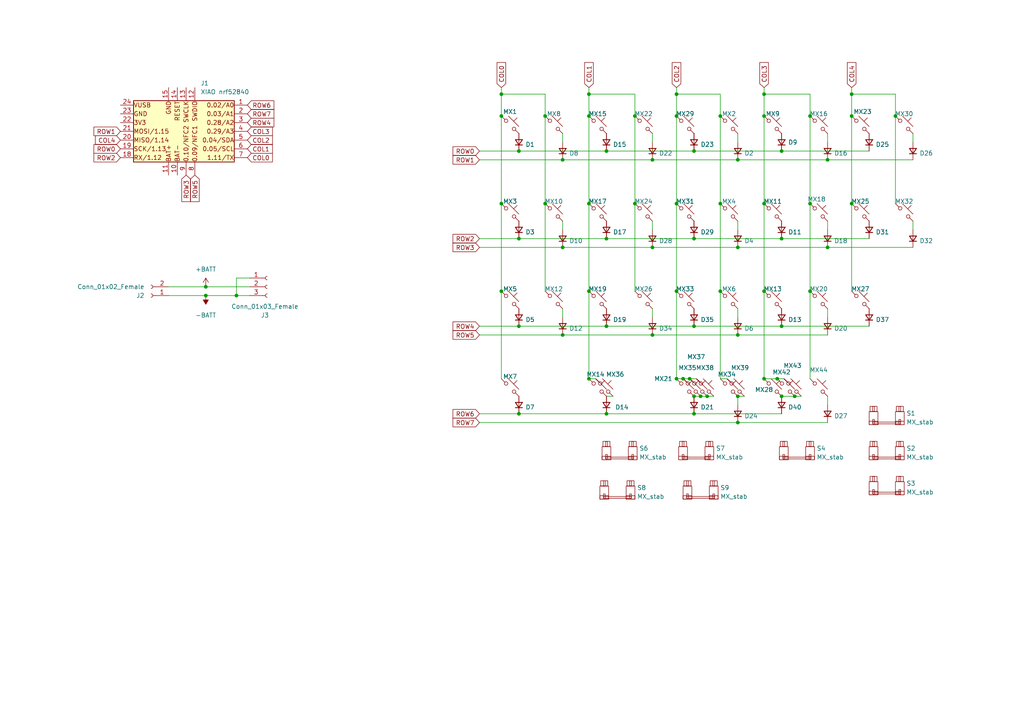
<source format=kicad_sch>
(kicad_sch (version 20230121) (generator eeschema)
  (paper "A4")
  (lib_symbols
    (symbol "Connector:Conn_01x02_Female" (pin_names (offset 1.016) hide)
      (property "Reference" "J" (at 0 2.54 0))
      (property "Value" "Conn_01x02_Female" (at 0 -5.08 0))
      (symbol "Conn_01x02_Female_1_1"
        (arc (start 0 -2.032) (mid -0.5058 -2.54) (end 0 -3.048) (stroke (width 0.1524)))
        (polyline (pts (xy -1.27 -2.54) (xy -0.508 -2.54)) (stroke (width 0.1524)))
        (polyline (pts (xy -1.27 0) (xy -0.508 0)) (stroke (width 0.1524)))
        (arc (start 0 0.508) (mid -0.5058 0) (end 0 -0.508) (stroke (width 0.1524)))
        (pin passive line (at -5.08 0 0) (length 3.81) (name "Pin_1") (number "1"))
        (pin passive line (at -5.08 -2.54 0) (length 3.81) (name "Pin_2") (number "2"))
      )
    )
    (symbol "Connector:Conn_01x03_Female" (pin_names (offset 1.016) hide)
      (property "Reference" "J" (at 0 5.08 0))
      (property "Value" "Conn_01x03_Female" (at 0 -5.08 0))
      (symbol "Conn_01x03_Female_1_1"
        (arc (start 0 -2.032) (mid -0.5058 -2.54) (end 0 -3.048) (stroke (width 0.1524)))
        (polyline (pts (xy -1.27 -2.54) (xy -0.508 -2.54)) (stroke (width 0.1524)))
        (polyline (pts (xy -1.27 0) (xy -0.508 0)) (stroke (width 0.1524)))
        (polyline (pts (xy -1.27 2.54) (xy -0.508 2.54)) (stroke (width 0.1524)))
        (arc (start 0 0.508) (mid -0.5058 0) (end 0 -0.508) (stroke (width 0.1524)))
        (arc (start 0 3.048) (mid -0.5058 2.54) (end 0 2.032) (stroke (width 0.1524)))
        (pin passive line (at -5.08 2.54 0) (length 3.81) (name "Pin_1") (number "1"))
        (pin passive line (at -5.08 0 0) (length 3.81) (name "Pin_2") (number "2"))
        (pin passive line (at -5.08 -2.54 0) (length 3.81) (name "Pin_3") (number "3"))
      )
    )
    (symbol "Device:D_Small" (pin_numbers hide) (pin_names (offset 0.254) hide)
      (property "Reference" "D" (at -1.27 2.032 0))
      (property "Value" "D_Small" (at -3.81 -2.032 0))
      (symbol "D_Small_0_1"
        (polyline (pts (xy -0.762 -1.016) (xy -0.762 1.016)) (stroke (width 0.254)))
        (polyline (pts (xy -0.762 0) (xy 0.762 0)))
        (polyline (pts (xy 0.762 -1.016) (xy -0.762 0) (xy 0.762 1.016) (xy 0.762 -1.016)) (stroke (width 0.254)))
      )
      (symbol "D_Small_1_1"
        (pin passive line (at -2.54 0 0) (length 1.778) (name "K") (number "1"))
        (pin passive line (at 2.54 0 180) (length 1.778) (name "A") (number "2"))
      )
    )
    (symbol "PCM_marbastlib-mx:MX_SW_solder" (pin_numbers hide) (pin_names (offset 1.016) hide)
      (property "Reference" "MX" (at 3.048 1.016 0))
      (property "Value" "MX_SW_solder" (at 0 -3.81 0))
      (symbol "MX_SW_solder_0_1"
        (circle (center -1.1684 1.1684) (radius 0.508))
        (polyline (pts (xy -0.508 2.54) (xy 2.54 -0.508)))
        (polyline (pts (xy 1.016 1.016) (xy 2.032 2.032)))
        (polyline (pts (xy -2.54 2.54) (xy -1.524 1.524) (xy -1.524 1.524)))
        (polyline (pts (xy 1.524 -1.524) (xy 2.54 -2.54) (xy 2.54 -2.54) (xy 2.54 -2.54)))
        (circle (center 1.143 -1.1938) (radius 0.508))
        (pin passive line (at -2.54 2.54 0) (length 0) (name "1") (number "1"))
        (pin passive line (at 2.54 -2.54 180) (length 0) (name "2") (number "2"))
      )
    )
    (symbol "PCM_marbastlib-mx:MX_stab" (pin_names (offset 1.016))
      (property "Reference" "S" (at -5.08 6.35 0))
      (property "Value" "MX_stab" (at -5.08 3.81 0))
      (symbol "MX_stab_0_1"
        (rectangle (start -5.08 -1.524) (end -2.54 -2.54))
        (rectangle (start -5.08 1.27) (end -2.54 -2.54))
        (rectangle (start -4.826 2.794) (end -2.794 1.27))
        (rectangle (start -4.064 -2.286) (end -3.556 -1.016))
        (rectangle (start -4.064 -1.778) (end 4.064 -2.286))
        (rectangle (start -4.064 1.27) (end -3.556 2.794))
        (rectangle (start 2.54 -1.524) (end 5.08 -2.54))
        (rectangle (start 2.54 1.27) (end 5.08 -2.54))
        (rectangle (start 2.794 2.794) (end 4.826 1.27))
        (rectangle (start 3.556 1.27) (end 4.064 2.794))
        (rectangle (start 4.064 -2.286) (end 3.556 -1.016))
      )
    )
    (symbol "kiserdesigns:XIAO nrf52840" (pin_names (offset 1.016) hide)
      (property "Reference" "J1" (at -5.08 19.05 0))
      (property "Value" "XIAO nrf52840" (at -21.59 16.51 0))
      (symbol "XIAO nrf52840_0_0"
        (text "0.02/A0" (at -15.24 12.7 0) (effects (font (size 1.27 1.27)) (justify left)))
        (text "0.03/A1" (at -15.24 10.16 0) (effects (font (size 1.27 1.27)) (justify left)))
        (text "0.04/SDA" (at -15.24 2.54 0) (effects (font (size 1.27 1.27)) (justify left)))
        (text "0.05/SCL" (at -15.24 0 0) (effects (font (size 1.27 1.27)) (justify left)))
        (text "0.09/NFC1" (at -3.81 -3.81 900) (effects (font (size 1.27 1.27)) (justify left)))
        (text "0.10/NFC2" (at -1.27 -3.81 900) (effects (font (size 1.27 1.27)) (justify left)))
        (text "0.28/A2" (at -15.24 7.62 0) (effects (font (size 1.27 1.27)) (justify left)))
        (text "0.29/A3" (at -15.24 5.08 0) (effects (font (size 1.27 1.27)) (justify left)))
        (text "1.11/TX" (at -15.24 -2.54 0) (effects (font (size 1.27 1.27)) (justify left)))
        (text "3V3" (at 13.97 7.62 0) (effects (font (size 1.27 1.27)) (justify right)))
        (text "BAT+" (at 3.81 -3.81 900) (effects (font (size 1.27 1.27)) (justify left)))
        (text "BAT-" (at 1.27 -3.81 900) (effects (font (size 1.27 1.27)) (justify left)))
        (text "GND" (at 3.81 13.97 900) (effects (font (size 1.27 1.27)) (justify right)))
        (text "GND" (at 13.97 10.16 0) (effects (font (size 1.27 1.27)) (justify right)))
        (text "MISO/1.14" (at 13.97 2.54 0) (effects (font (size 1.27 1.27)) (justify right)))
        (text "MOSI/1.15" (at 13.97 5.08 0) (effects (font (size 1.27 1.27)) (justify right)))
        (text "RESET" (at 1.27 13.97 900) (effects (font (size 1.27 1.27)) (justify right)))
        (text "RX/1.12" (at 13.97 -2.54 0) (effects (font (size 1.27 1.27)) (justify right)))
        (text "SCK/1.13" (at 13.97 0 0) (effects (font (size 1.27 1.27)) (justify right)))
        (text "SWCLK" (at -1.27 13.97 900) (effects (font (size 1.27 1.27)) (justify right)))
        (text "SWDIO" (at -3.81 13.97 900) (effects (font (size 1.27 1.27)) (justify right)))
        (text "VUSB" (at 13.97 12.7 0) (effects (font (size 1.27 1.27)) (justify right)))
      )
      (symbol "XIAO nrf52840_1_1"
        (rectangle (start -15.24 13.97) (end 13.97 -3.81) (stroke (width 0.254)) (fill (type background)))
        (pin passive line (at -19.05 12.7 0) (length 3.81) (name "Pin_1") (number "1"))
        (pin passive line (at 1.27 -7.62 90) (length 3.81) (name "Pin_10") (number "10"))
        (pin passive line (at 3.81 -7.62 90) (length 3.81) (name "Pin_11") (number "11"))
        (pin passive line (at -3.81 17.78 270) (length 3.81) (name "Pin_12") (number "12"))
        (pin passive line (at -1.27 17.78 270) (length 3.81) (name "Pin_13") (number "13"))
        (pin passive line (at 1.27 17.78 270) (length 3.81) (name "Pin_14") (number "14"))
        (pin passive line (at 3.81 17.78 270) (length 3.81) (name "Pin_15") (number "15"))
        (pin passive line (at 17.78 -2.54 180) (length 3.81) (name "Pin_18") (number "18"))
        (pin passive line (at 17.78 0 180) (length 3.81) (name "Pin_19") (number "19"))
        (pin passive line (at -19.05 10.16 0) (length 3.81) (name "Pin_2") (number "2"))
        (pin passive line (at 17.78 2.54 180) (length 3.81) (name "Pin_20") (number "20"))
        (pin passive line (at 17.78 5.08 180) (length 3.81) (name "Pin_21") (number "21"))
        (pin passive line (at 17.78 7.62 180) (length 3.81) (name "Pin_22") (number "22"))
        (pin passive line (at 17.78 10.16 180) (length 3.81) (name "Pin_23") (number "23"))
        (pin passive line (at 17.78 12.7 180) (length 3.81) (name "Pin_24") (number "24"))
        (pin passive line (at -19.05 7.62 0) (length 3.81) (name "Pin_3") (number "3"))
        (pin passive line (at -19.05 5.08 0) (length 3.81) (name "Pin_4") (number "4"))
        (pin passive line (at -19.05 2.54 0) (length 3.81) (name "Pin_5") (number "5"))
        (pin passive line (at -19.05 0 0) (length 3.81) (name "Pin_6") (number "6"))
        (pin passive line (at -19.05 -2.54 0) (length 3.81) (name "Pin_7") (number "7"))
        (pin passive line (at -3.81 -7.62 90) (length 3.81) (name "Pin_8") (number "8"))
        (pin passive line (at -1.27 -7.62 90) (length 3.81) (name "Pin_9") (number "9"))
      )
    )
    (symbol "power:+BATT" (power) (pin_names (offset 0))
      (property "Value" "+BATT" (at 0 3.556 0))
      (symbol "+BATT_0_1"
        (polyline (pts (xy -0.762 1.27) (xy 0 2.54)))
        (polyline (pts (xy 0 0) (xy 0 2.54)))
        (polyline (pts (xy 0 2.54) (xy 0.762 1.27)))
      )
      (symbol "+BATT_1_1"
        (pin power_in line (at 0 0 90) (length 0) hide (name "+BATT") (number "1"))
      )
    )
    (symbol "power:-BATT" (power) (pin_names (offset 0))
      (property "Value" "-BATT" (at 0 3.556 0))
      (symbol "-BATT_0_1"
        (polyline (pts (xy 0 0) (xy 0 2.54)))
        (polyline (pts (xy 0.762 1.27) (xy -0.762 1.27) (xy 0 2.54) (xy 0.762 1.27)) (fill (type outline)))
      )
      (symbol "-BATT_1_1"
        (pin power_in line (at 0 0 90) (length 0) hide (name "-BATT") (number "1"))
      )
    )
  )
  (junction (at 145.415 27.305))
  (junction (at 163.195 46.355))
  (junction (at 145.415 33.655))
  (junction (at 234.95 33.655))
  (junction (at 208.915 33.655))
  (junction (at 198.12 109.855))
  (junction (at 145.415 59.055))
  (junction (at 59.69 85.725))
  (junction (at 189.23 97.155))
  (junction (at 213.995 122.555))
  (junction (at 196.215 33.655))
  (junction (at 175.895 120.015))
  (junction (at 203.2 114.935))
  (junction (at 213.995 114.935))
  (junction (at 247.015 59.055))
  (junction (at 213.995 71.755))
  (junction (at 150.495 94.615))
  (junction (at 234.95 84.455))
  (junction (at 226.695 94.615))
  (junction (at 163.195 97.155))
  (junction (at 226.695 69.215))
  (junction (at 221.615 84.455))
  (junction (at 226.695 114.935))
  (junction (at 163.195 71.755))
  (junction (at 213.995 97.155))
  (junction (at 150.495 43.815))
  (junction (at 158.115 59.055))
  (junction (at 170.815 84.455))
  (junction (at 213.995 46.355))
  (junction (at 175.895 94.615))
  (junction (at 247.015 33.655))
  (junction (at 201.295 69.215))
  (junction (at 196.215 59.055))
  (junction (at 170.815 59.055))
  (junction (at 234.95 59.055))
  (junction (at 259.715 33.655))
  (junction (at 68.58 85.725))
  (junction (at 196.215 84.455))
  (junction (at 196.215 109.855))
  (junction (at 175.895 69.215))
  (junction (at 201.295 43.815))
  (junction (at 240.03 46.355))
  (junction (at 230.505 114.935))
  (junction (at 221.615 33.655))
  (junction (at 240.03 71.755))
  (junction (at 221.615 27.305))
  (junction (at 205.105 114.935))
  (junction (at 158.115 33.655))
  (junction (at 189.23 46.355))
  (junction (at 196.215 27.305))
  (junction (at 184.15 59.055))
  (junction (at 59.69 83.185))
  (junction (at 201.295 94.615))
  (junction (at 175.895 43.815))
  (junction (at 221.615 59.055))
  (junction (at 189.23 71.755))
  (junction (at 170.815 33.655))
  (junction (at 225.425 109.855))
  (junction (at 145.415 84.455))
  (junction (at 170.815 109.855))
  (junction (at 208.915 84.455))
  (junction (at 208.915 59.055))
  (junction (at 170.815 27.305))
  (junction (at 150.495 120.015))
  (junction (at 221.615 109.855))
  (junction (at 200.025 109.855))
  (junction (at 184.15 33.655))
  (junction (at 201.295 120.015))
  (junction (at 226.695 43.815))
  (junction (at 201.295 114.935))
  (junction (at 150.495 69.215))
  (junction (at 247.015 27.305))
  (wire (pts (xy 175.895 43.815) (xy 201.295 43.815)))
  (wire (pts (xy 59.69 83.185) (xy 72.39 83.185)))
  (wire (pts (xy 68.58 85.725) (xy 59.69 85.725)))
  (wire (pts (xy 158.115 33.655) (xy 158.115 59.055)))
  (wire (pts (xy 205.105 114.935) (xy 207.01 114.935)))
  (wire (pts (xy 226.695 114.935) (xy 230.505 114.935)))
  (wire (pts (xy 213.995 64.135) (xy 213.995 66.675)))
  (wire (pts (xy 213.995 114.935) (xy 213.995 117.475)))
  (wire (pts (xy 150.495 120.015) (xy 175.895 120.015)))
  (wire (pts (xy 184.15 27.305) (xy 184.15 33.655)))
  (wire (pts (xy 170.815 84.455) (xy 170.815 109.855)))
  (wire (pts (xy 234.95 27.305) (xy 234.95 33.655)))
  (wire (pts (xy 48.895 83.185) (xy 59.69 83.185)))
  (wire (pts (xy 139.065 122.555) (xy 213.995 122.555)))
  (wire (pts (xy 170.815 27.305) (xy 184.15 27.305)))
  (wire (pts (xy 221.615 109.855) (xy 225.425 109.855)))
  (wire (pts (xy 163.195 97.155) (xy 189.23 97.155)))
  (wire (pts (xy 234.95 84.455) (xy 234.95 109.855)))
  (wire (pts (xy 247.015 25.4) (xy 247.015 27.305)))
  (wire (pts (xy 213.995 122.555) (xy 240.03 122.555)))
  (wire (pts (xy 163.195 64.135) (xy 163.195 66.675)))
  (wire (pts (xy 221.615 84.455) (xy 221.615 109.855)))
  (wire (pts (xy 240.03 38.735) (xy 240.03 41.275)))
  (wire (pts (xy 150.495 43.815) (xy 175.895 43.815)))
  (wire (pts (xy 247.015 59.055) (xy 247.015 84.455)))
  (wire (pts (xy 139.065 69.215) (xy 150.495 69.215)))
  (wire (pts (xy 59.69 85.725) (xy 48.895 85.725)))
  (wire (pts (xy 226.695 94.615) (xy 252.095 94.615)))
  (wire (pts (xy 226.695 43.815) (xy 252.095 43.815)))
  (wire (pts (xy 221.615 25.4) (xy 221.615 27.305)))
  (wire (pts (xy 145.415 84.455) (xy 145.415 109.855)))
  (wire (pts (xy 198.12 109.855) (xy 200.025 109.855)))
  (wire (pts (xy 139.065 97.155) (xy 163.195 97.155)))
  (wire (pts (xy 196.215 109.855) (xy 198.12 109.855)))
  (wire (pts (xy 240.03 64.135) (xy 240.03 66.675)))
  (wire (pts (xy 240.03 114.935) (xy 240.03 117.475)))
  (wire (pts (xy 175.895 114.935) (xy 177.8 114.935)))
  (wire (pts (xy 201.295 43.815) (xy 226.695 43.815)))
  (wire (pts (xy 175.895 69.215) (xy 201.295 69.215)))
  (wire (pts (xy 175.895 94.615) (xy 201.295 94.615)))
  (wire (pts (xy 203.2 114.935) (xy 205.105 114.935)))
  (wire (pts (xy 221.615 27.305) (xy 221.615 33.655)))
  (wire (pts (xy 221.615 33.655) (xy 221.615 59.055)))
  (wire (pts (xy 150.495 69.215) (xy 175.895 69.215)))
  (wire (pts (xy 139.065 94.615) (xy 150.495 94.615)))
  (wire (pts (xy 247.015 33.655) (xy 247.015 59.055)))
  (wire (pts (xy 226.695 69.215) (xy 252.095 69.215)))
  (wire (pts (xy 139.065 43.815) (xy 150.495 43.815)))
  (wire (pts (xy 201.295 69.215) (xy 226.695 69.215)))
  (wire (pts (xy 208.915 109.855) (xy 210.82 109.855)))
  (wire (pts (xy 247.015 27.305) (xy 259.715 27.305)))
  (wire (pts (xy 189.23 71.755) (xy 213.995 71.755)))
  (wire (pts (xy 145.415 27.305) (xy 158.115 27.305)))
  (wire (pts (xy 264.795 64.135) (xy 264.795 66.675)))
  (wire (pts (xy 213.995 71.755) (xy 240.03 71.755)))
  (wire (pts (xy 240.03 71.755) (xy 264.795 71.755)))
  (wire (pts (xy 213.995 46.355) (xy 240.03 46.355)))
  (wire (pts (xy 163.195 89.535) (xy 163.195 92.075)))
  (wire (pts (xy 170.815 33.655) (xy 170.815 59.055)))
  (wire (pts (xy 184.15 33.655) (xy 184.15 59.055)))
  (wire (pts (xy 170.815 59.055) (xy 170.815 84.455)))
  (wire (pts (xy 170.815 109.855) (xy 172.72 109.855)))
  (wire (pts (xy 68.58 80.645) (xy 68.58 85.725)))
  (wire (pts (xy 139.065 120.015) (xy 150.495 120.015)))
  (wire (pts (xy 139.065 46.355) (xy 163.195 46.355)))
  (wire (pts (xy 145.415 27.305) (xy 145.415 33.655)))
  (wire (pts (xy 175.895 120.015) (xy 201.295 120.015)))
  (wire (pts (xy 201.295 120.015) (xy 226.695 120.015)))
  (wire (pts (xy 264.795 38.735) (xy 264.795 41.275)))
  (wire (pts (xy 145.415 59.055) (xy 145.415 84.455)))
  (wire (pts (xy 230.505 114.935) (xy 232.41 114.935)))
  (wire (pts (xy 189.23 46.355) (xy 213.995 46.355)))
  (wire (pts (xy 189.23 38.735) (xy 189.23 41.275)))
  (wire (pts (xy 240.03 89.535) (xy 240.03 92.075)))
  (wire (pts (xy 68.58 85.725) (xy 72.39 85.725)))
  (wire (pts (xy 196.215 25.4) (xy 196.215 27.305)))
  (wire (pts (xy 163.195 46.355) (xy 189.23 46.355)))
  (wire (pts (xy 158.115 59.055) (xy 158.115 84.455)))
  (wire (pts (xy 208.915 59.055) (xy 208.915 84.455)))
  (wire (pts (xy 208.915 84.455) (xy 208.915 109.855)))
  (wire (pts (xy 221.615 27.305) (xy 234.95 27.305)))
  (wire (pts (xy 259.715 27.305) (xy 259.715 33.655)))
  (wire (pts (xy 196.215 84.455) (xy 196.215 109.855)))
  (wire (pts (xy 145.415 33.655) (xy 145.415 59.055)))
  (wire (pts (xy 201.295 94.615) (xy 226.695 94.615)))
  (wire (pts (xy 170.815 27.305) (xy 170.815 33.655)))
  (wire (pts (xy 240.03 46.355) (xy 264.795 46.355)))
  (wire (pts (xy 200.025 109.855) (xy 201.93 109.855)))
  (wire (pts (xy 213.995 89.535) (xy 213.995 92.075)))
  (wire (pts (xy 163.195 38.735) (xy 163.195 41.275)))
  (wire (pts (xy 247.015 27.305) (xy 247.015 33.655)))
  (wire (pts (xy 196.215 27.305) (xy 208.915 27.305)))
  (wire (pts (xy 145.415 25.4) (xy 145.415 27.305)))
  (wire (pts (xy 213.995 38.735) (xy 213.995 41.275)))
  (wire (pts (xy 189.23 64.135) (xy 189.23 66.675)))
  (wire (pts (xy 196.215 27.305) (xy 196.215 33.655)))
  (wire (pts (xy 163.195 71.755) (xy 189.23 71.755)))
  (wire (pts (xy 189.23 89.535) (xy 189.23 92.075)))
  (wire (pts (xy 221.615 59.055) (xy 221.615 84.455)))
  (wire (pts (xy 196.215 59.055) (xy 196.215 84.455)))
  (wire (pts (xy 208.915 27.305) (xy 208.915 33.655)))
  (wire (pts (xy 213.995 97.155) (xy 240.03 97.155)))
  (wire (pts (xy 213.995 114.935) (xy 215.9 114.935)))
  (wire (pts (xy 139.065 71.755) (xy 163.195 71.755)))
  (wire (pts (xy 184.15 59.055) (xy 184.15 84.455)))
  (wire (pts (xy 158.115 27.305) (xy 158.115 33.655)))
  (wire (pts (xy 189.23 97.155) (xy 213.995 97.155)))
  (wire (pts (xy 196.215 33.655) (xy 196.215 59.055)))
  (wire (pts (xy 72.39 80.645) (xy 68.58 80.645)))
  (wire (pts (xy 150.495 94.615) (xy 175.895 94.615)))
  (wire (pts (xy 259.715 33.655) (xy 259.715 59.055)))
  (wire (pts (xy 201.295 114.935) (xy 203.2 114.935)))
  (wire (pts (xy 234.95 33.655) (xy 234.95 59.055)))
  (wire (pts (xy 170.815 25.4) (xy 170.815 27.305)))
  (wire (pts (xy 234.95 59.055) (xy 234.95 84.455)))
  (wire (pts (xy 225.425 109.855) (xy 227.33 109.855)))
  (wire (pts (xy 208.915 33.655) (xy 208.915 59.055)))
  (global_label "ROW3" (shape input) (at 139.065 71.755 180) (property "Intersheetrefs" "${INTERSHEET_REFS}" (effects hide)))
  (global_label "COL2" (shape input) (at 71.755 40.64 0) (property "Intersheetrefs" "${INTERSHEET_REFS}" (effects hide)))
  (global_label "COL1" (shape input) (at 71.755 43.18 0) (property "Intersheetrefs" "${INTERSHEET_REFS}" (effects hide)))
  (global_label "ROW0" (shape input) (at 34.925 43.18 180) (property "Intersheetrefs" "${INTERSHEET_REFS}" (effects hide)))
  (global_label "COL1" (shape input) (at 170.815 25.4 90) (property "Intersheetrefs" "${INTERSHEET_REFS}" (effects hide)))
  (global_label "ROW4" (shape input) (at 71.755 35.56 0) (property "Intersheetrefs" "${INTERSHEET_REFS}" (effects hide)))
  (global_label "ROW7" (shape input) (at 71.755 33.02 0) (property "Intersheetrefs" "${INTERSHEET_REFS}" (effects hide)))
  (global_label "COL0" (shape input) (at 71.755 45.72 0) (property "Intersheetrefs" "${INTERSHEET_REFS}" (effects hide)))
  (global_label "COL3" (shape input) (at 71.755 38.1 0) (property "Intersheetrefs" "${INTERSHEET_REFS}" (effects hide)))
  (global_label "ROW5" (shape input) (at 139.065 97.155 180) (property "Intersheetrefs" "${INTERSHEET_REFS}" (effects hide)))
  (global_label "COL0" (shape input) (at 145.415 25.4 90) (property "Intersheetrefs" "${INTERSHEET_REFS}" (effects hide)))
  (global_label "COL2" (shape input) (at 196.215 25.4 90) (property "Intersheetrefs" "${INTERSHEET_REFS}" (effects hide)))
  (global_label "ROW1" (shape input) (at 139.065 46.355 180) (property "Intersheetrefs" "${INTERSHEET_REFS}" (effects hide)))
  (global_label "COL4" (shape input) (at 34.925 40.64 180) (property "Intersheetrefs" "${INTERSHEET_REFS}" (effects hide)))
  (global_label "ROW5" (shape input) (at 56.515 50.8 270) (property "Intersheetrefs" "${INTERSHEET_REFS}" (effects hide)))
  (global_label "ROW2" (shape input) (at 139.065 69.215 180) (property "Intersheetrefs" "${INTERSHEET_REFS}" (effects hide)))
  (global_label "ROW0" (shape input) (at 139.065 43.815 180) (property "Intersheetrefs" "${INTERSHEET_REFS}" (effects hide)))
  (global_label "ROW3" (shape input) (at 53.975 50.8 270) (property "Intersheetrefs" "${INTERSHEET_REFS}" (effects hide)))
  (global_label "ROW1" (shape input) (at 34.925 38.1 180) (property "Intersheetrefs" "${INTERSHEET_REFS}" (effects hide)))
  (global_label "ROW6" (shape input) (at 71.755 30.48 0) (property "Intersheetrefs" "${INTERSHEET_REFS}" (effects hide)))
  (global_label "ROW2" (shape input) (at 34.925 45.72 180) (property "Intersheetrefs" "${INTERSHEET_REFS}" (effects hide)))
  (global_label "ROW6" (shape input) (at 139.065 120.015 180) (property "Intersheetrefs" "${INTERSHEET_REFS}" (effects hide)))
  (global_label "COL3" (shape input) (at 221.615 25.4 90) (property "Intersheetrefs" "${INTERSHEET_REFS}" (effects hide)))
  (global_label "ROW7" (shape input) (at 139.065 122.555 180) (property "Intersheetrefs" "${INTERSHEET_REFS}" (effects hide)))
  (global_label "ROW4" (shape input) (at 139.065 94.615 180) (property "Intersheetrefs" "${INTERSHEET_REFS}" (effects hide)))
  (global_label "COL4" (shape input) (at 247.015 25.4 90) (property "Intersheetrefs" "${INTERSHEET_REFS}" (effects hide)))
  (symbol (lib_id "Device:D_Small") (at 226.695 92.075 90) (unit 1)
    (property "Reference" "D13" (at 228.6 92.71 90) (effects (justify right)))
    (property "Value" "D_Small" (effects hide))
    (property "Footprint" "Keebio-Parts:Diode-Hybrid-Back" (effects hide))
    (property "Sim.Device" "D" (effects hide))
    (property "Sim.Pins" "1=K 2=A" (effects hide))
  )
  (symbol (lib_id "PCM_marbastlib-mx:MX_stab") (at 257.175 120.65 0) (unit 1) (in_bom no) (on_board no)
    (property "Reference" "S1" (at 262.89 119.888 0) (effects (justify left)))
    (property "Value" "MX_stab" (at 262.89 122.428 0) (effects (justify left)))
    (property "Footprint" "PCM_marbastlib-mx:STAB_MX_P_ISO" (effects hide))
  )
  (symbol (lib_id "PCM_marbastlib-mx:MX_SW_solder") (at 173.355 61.595 0) (unit 1)
    (property "Reference" "MX17" (at 173.355 58.42 0))
    (property "Value" "MX_SW_solder" (effects hide))
    (property "Footprint" "PCM_marbastlib-mx:SW_MX_1u" (effects hide))
  )
  (symbol (lib_id "Device:D_Small") (at 213.995 69.215 90) (unit 1)
    (property "Reference" "D4" (at 215.9 69.85 90) (effects (justify right)))
    (property "Value" "D_Small" (effects hide))
    (property "Footprint" "Keebio-Parts:Diode-Hybrid-Back" (effects hide))
    (property "Sim.Device" "D" (effects hide))
    (property "Sim.Pins" "1=K 2=A" (effects hide))
  )
  (symbol (lib_id "PCM_marbastlib-mx:MX_SW_solder") (at 249.555 36.195 0) (unit 1)
    (property "Reference" "MX23" (at 250.19 32.385 0))
    (property "Value" "MX_SW_solder" (effects hide))
    (property "Footprint" "PCM_marbastlib-mx:SW_MX_1u" (effects hide))
  )
  (symbol (lib_id "Device:D_Small") (at 175.895 66.675 90) (unit 1)
    (property "Reference" "D17" (at 177.8 67.31 90) (effects (justify right)))
    (property "Value" "D_Small" (effects hide))
    (property "Footprint" "Keebio-Parts:Diode-Hybrid-Back" (effects hide))
    (property "Sim.Device" "D" (effects hide))
    (property "Sim.Pins" "1=K 2=A" (effects hide))
  )
  (symbol (lib_id "PCM_marbastlib-mx:MX_SW_solder") (at 200.66 112.395 0) (unit 1)
    (property "Reference" "MX35" (at 199.39 106.68 0))
    (property "Value" "MX_SW_solder" (effects hide))
    (property "Footprint" "PCM_marbastlib-mx:SW_MX_1u" (effects hide))
  )
  (symbol (lib_id "PCM_marbastlib-mx:MX_SW_solder") (at 173.355 112.395 0) (unit 1)
    (property "Reference" "MX14" (at 172.72 108.585 0))
    (property "Value" "MX_SW_solder" (effects hide))
    (property "Footprint" "PCM_marbastlib-mx:SW_MX_1u" (effects hide))
  )
  (symbol (lib_id "PCM_marbastlib-mx:MX_SW_solder") (at 224.155 112.395 0) (unit 1)
    (property "Reference" "MX28" (at 221.615 113.03 0))
    (property "Value" "MX_SW_solder" (effects hide))
    (property "Footprint" "PCM_marbastlib-mx:SW_MX_1u" (effects hide))
  )
  (symbol (lib_id "PCM_marbastlib-mx:MX_SW_solder") (at 237.49 61.595 0) (unit 1)
    (property "Reference" "MX18" (at 236.855 57.785 0))
    (property "Value" "MX_SW_solder" (effects hide))
    (property "Footprint" "PCM_marbastlib-mx:SW_MX_1u" (effects hide))
  )
  (symbol (lib_id "Device:D_Small") (at 150.495 66.675 90) (unit 1)
    (property "Reference" "D3" (at 152.4 67.31 90) (effects (justify right)))
    (property "Value" "D_Small" (effects hide))
    (property "Footprint" "Keebio-Parts:Diode-Hybrid-Back" (effects hide))
    (property "Sim.Device" "D" (effects hide))
    (property "Sim.Pins" "1=K 2=A" (effects hide))
  )
  (symbol (lib_id "Device:D_Small") (at 189.23 69.215 90) (unit 1)
    (property "Reference" "D28" (at 191.135 69.85 90) (effects (justify right)))
    (property "Value" "D_Small" (effects hide))
    (property "Footprint" "Keebio-Parts:Diode-Hybrid-Back" (effects hide))
    (property "Sim.Device" "D" (effects hide))
    (property "Sim.Pins" "1=K 2=A" (effects hide))
  )
  (symbol (lib_id "Device:D_Small") (at 264.795 43.815 90) (unit 1)
    (property "Reference" "D26" (at 266.7 44.45 90) (effects (justify right)))
    (property "Value" "D_Small" (effects hide))
    (property "Footprint" "Keebio-Parts:Diode-Hybrid-Back" (effects hide))
    (property "Sim.Device" "D" (effects hide))
    (property "Sim.Pins" "1=K 2=A" (effects hide))
  )
  (symbol (lib_id "PCM_marbastlib-mx:MX_SW_solder") (at 249.555 86.995 0) (unit 1)
    (property "Reference" "MX27" (at 249.555 83.82 0))
    (property "Value" "MX_SW_solder" (effects hide))
    (property "Footprint" "PCM_marbastlib-mx:SW_MX_1u" (effects hide))
  )
  (symbol (lib_id "PCM_marbastlib-mx:MX_SW_solder") (at 237.49 112.395 0) (unit 1)
    (property "Reference" "MX44" (at 237.49 107.315 0))
    (property "Value" "MX_SW_solder" (effects hide))
    (property "Footprint" "PCM_marbastlib-mx:SW_MX_1.25u" (effects hide))
  )
  (symbol (lib_id "Device:D_Small") (at 240.03 43.815 90) (unit 1)
    (property "Reference" "D16" (at 241.935 44.45 90) (effects (justify right)))
    (property "Value" "D_Small" (effects hide))
    (property "Footprint" "Keebio-Parts:Diode-Hybrid-Back" (effects hide))
    (property "Sim.Device" "D" (effects hide))
    (property "Sim.Pins" "1=K 2=A" (effects hide))
  )
  (symbol (lib_id "PCM_marbastlib-mx:MX_SW_solder") (at 173.355 86.995 0) (unit 1)
    (property "Reference" "MX19" (at 173.355 83.82 0))
    (property "Value" "MX_SW_solder" (effects hide))
    (property "Footprint" "PCM_marbastlib-mx:SW_MX_1u" (effects hide))
  )
  (symbol (lib_id "Device:D_Small") (at 252.095 92.075 90) (unit 1)
    (property "Reference" "D37" (at 254 92.71 90) (effects (justify right)))
    (property "Value" "D_Small" (effects hide))
    (property "Footprint" "Keebio-Parts:Diode-Hybrid-Back" (effects hide))
    (property "Sim.Device" "D" (effects hide))
    (property "Sim.Pins" "1=K 2=A" (effects hide))
  )
  (symbol (lib_id "Device:D_Small") (at 226.695 117.475 90) (unit 1)
    (property "Reference" "D40" (at 228.6 118.11 90) (effects (justify right)))
    (property "Value" "D_Small" (effects hide))
    (property "Footprint" "Keebio-Parts:Diode-Hybrid-Back" (effects hide))
    (property "Sim.Device" "D" (effects hide))
    (property "Sim.Pins" "1=K 2=A" (effects hide))
  )
  (symbol (lib_id "Device:D_Small") (at 163.195 69.215 90) (unit 1)
    (property "Reference" "D10" (at 165.1 69.85 90) (effects (justify right)))
    (property "Value" "D_Small" (effects hide))
    (property "Footprint" "Keebio-Parts:Diode-Hybrid-Back" (effects hide))
    (property "Sim.Device" "D" (effects hide))
    (property "Sim.Pins" "1=K 2=A" (effects hide))
  )
  (symbol (lib_id "Device:D_Small") (at 150.495 117.475 90) (unit 1)
    (property "Reference" "D7" (at 152.4 118.11 90) (effects (justify right)))
    (property "Value" "D_Small" (effects hide))
    (property "Footprint" "Keebio-Parts:Diode-Hybrid-Back" (effects hide))
    (property "Sim.Device" "D" (effects hide))
    (property "Sim.Pins" "1=K 2=A" (effects hide))
  )
  (symbol (lib_id "kiserdesigns:XIAO nrf52840") (at 52.705 43.18 0) (mirror y) (unit 1)
    (property "Reference" "J1" (at 58.1661 24.13 0) (effects (justify right)))
    (property "Value" "XIAO nrf52840" (at 58.1661 26.67 0) (effects (justify right)))
    (property "Footprint" "Seeeduino XIAO KICAD:Seeeduino XIAO-MOUDLE14P-2.54-21X17.8MM" (effects hide))
  )
  (symbol (lib_id "PCM_marbastlib-mx:MX_SW_solder") (at 147.955 36.195 0) (unit 1)
    (property "Reference" "MX1" (at 147.955 32.385 0))
    (property "Value" "MX_SW_solder" (effects hide))
    (property "Footprint" "PCM_marbastlib-mx:SW_MX_1u" (effects hide))
  )
  (symbol (lib_id "PCM_marbastlib-mx:MX_stab") (at 257.175 140.97 0) (unit 1)
    (property "Reference" "S3" (at 262.89 140.208 0) (effects (justify left)))
    (property "Value" "MX_stab" (at 262.89 142.748 0) (effects (justify left)))
    (property "Footprint" "PCM_marbastlib-mx:STAB_MX_P_3u" (effects hide))
  )
  (symbol (lib_id "PCM_marbastlib-mx:MX_SW_solder") (at 147.955 86.995 0) (unit 1)
    (property "Reference" "MX5" (at 147.955 83.82 0))
    (property "Value" "MX_SW_solder" (effects hide))
    (property "Footprint" "PCM_marbastlib-mx:SW_MX_1.5u" (effects hide))
  )
  (symbol (lib_id "PCM_marbastlib-mx:MX_SW_solder") (at 262.255 61.595 0) (unit 1)
    (property "Reference" "MX32" (at 262.255 58.42 0))
    (property "Value" "MX_SW_solder" (effects hide))
    (property "Footprint" "PCM_marbastlib-mx:SW_MX_1u" (effects hide))
  )
  (symbol (lib_id "PCM_marbastlib-mx:MX_SW_solder") (at 186.69 36.195 0) (unit 1)
    (property "Reference" "MX22" (at 186.69 33.02 0))
    (property "Value" "MX_SW_solder" (effects hide))
    (property "Footprint" "PCM_marbastlib-mx:SW_MX_1u" (effects hide))
  )
  (symbol (lib_id "Device:D_Small") (at 175.895 92.075 90) (unit 1)
    (property "Reference" "D19" (at 177.8 92.71 90) (effects (justify right)))
    (property "Value" "D_Small" (effects hide))
    (property "Footprint" "Keebio-Parts:Diode-Hybrid-Back" (effects hide))
    (property "Sim.Device" "D" (effects hide))
    (property "Sim.Pins" "1=K 2=A" (effects hide))
  )
  (symbol (lib_id "Device:D_Small") (at 189.23 43.815 90) (unit 1)
    (property "Reference" "D22" (at 191.135 44.45 90) (effects (justify right)))
    (property "Value" "D_Small" (effects hide))
    (property "Footprint" "Keebio-Parts:Diode-Hybrid-Back" (effects hide))
    (property "Sim.Device" "D" (effects hide))
    (property "Sim.Pins" "1=K 2=A" (effects hide))
  )
  (symbol (lib_id "PCM_marbastlib-mx:MX_SW_solder") (at 237.49 86.995 0) (unit 1)
    (property "Reference" "MX20" (at 237.49 83.82 0))
    (property "Value" "MX_SW_solder" (effects hide))
    (property "Footprint" "PCM_marbastlib-mx:SW_MX_1u" (effects hide))
  )
  (symbol (lib_id "PCM_marbastlib-mx:MX_SW_solder") (at 173.355 36.195 0) (unit 1)
    (property "Reference" "MX15" (at 173.355 33.02 0))
    (property "Value" "MX_SW_solder" (effects hide))
    (property "Footprint" "PCM_marbastlib-mx:SW_MX_1u" (effects hide))
  )
  (symbol (lib_id "Device:D_Small") (at 252.095 66.675 90) (unit 1)
    (property "Reference" "D31" (at 254 67.31 90) (effects (justify right)))
    (property "Value" "D_Small" (effects hide))
    (property "Footprint" "Keebio-Parts:Diode-Hybrid-Back" (effects hide))
    (property "Sim.Device" "D" (effects hide))
    (property "Sim.Pins" "1=K 2=A" (effects hide))
  )
  (symbol (lib_id "PCM_marbastlib-mx:MX_stab") (at 257.175 130.81 0) (unit 1)
    (property "Reference" "S2" (at 262.89 130.048 0) (effects (justify left)))
    (property "Value" "MX_stab" (at 262.89 132.588 0) (effects (justify left)))
    (property "Footprint" "PCM_marbastlib-mx:STAB_MX_P_3u" (effects hide))
  )
  (symbol (lib_id "PCM_marbastlib-mx:MX_stab") (at 203.2 142.24 0) (unit 1)
    (property "Reference" "S9" (at 208.915 141.478 0) (effects (justify left)))
    (property "Value" "MX_stab" (at 208.915 144.018 0) (effects (justify left)))
    (property "Footprint" "PCM_marbastlib-mx:STAB_MX_P_7u" (effects hide))
  )
  (symbol (lib_id "PCM_marbastlib-mx:MX_SW_solder") (at 213.36 112.395 0) (unit 1)
    (property "Reference" "MX39" (at 214.63 106.68 0))
    (property "Value" "MX_SW_solder" (effects hide))
    (property "Footprint" "PCM_marbastlib-mx:SW_MX_1u" (effects hide))
  )
  (symbol (lib_id "Device:D_Small") (at 226.695 41.275 90) (unit 1)
    (property "Reference" "D9" (at 228.6 41.275 90) (effects (justify right)))
    (property "Value" "D_Small" (effects hide))
    (property "Footprint" "Keebio-Parts:Diode-Hybrid-Back" (effects hide))
    (property "Sim.Device" "D" (effects hide))
    (property "Sim.Pins" "1=K 2=A" (effects hide))
  )
  (symbol (lib_id "Device:D_Small") (at 213.995 120.015 90) (unit 1)
    (property "Reference" "D24" (at 215.9 120.65 90) (effects (justify right)))
    (property "Value" "D_Small" (effects hide))
    (property "Footprint" "Keebio-Parts:Diode-Hybrid-Back" (effects hide))
    (property "Sim.Device" "D" (effects hide))
    (property "Sim.Pins" "1=K 2=A" (effects hide))
  )
  (symbol (lib_id "power:-BATT") (at 59.69 85.725 180) (unit 1)
    (property "Reference" "#PWR08" (effects hide))
    (property "Value" "-BATT" (at 59.69 91.44 0))
  )
  (symbol (lib_id "PCM_marbastlib-mx:MX_SW_solder") (at 229.87 112.395 0) (unit 1)
    (property "Reference" "MX43" (at 229.87 106.045 0))
    (property "Value" "MX_SW_solder" (effects hide))
    (property "Footprint" "PCM_marbastlib-mx:SW_MX_1.75u" (effects hide))
  )
  (symbol (lib_id "PCM_marbastlib-mx:MX_SW_solder") (at 202.565 112.395 0) (unit 1)
    (property "Reference" "MX37" (at 201.93 103.505 0))
    (property "Value" "MX_SW_solder" (effects hide))
    (property "Footprint" "PCM_marbastlib-mx:SW_MX_1u" (effects hide))
  )
  (symbol (lib_id "Device:D_Small") (at 150.495 92.075 90) (unit 1)
    (property "Reference" "D5" (at 152.4 92.71 90) (effects (justify right)))
    (property "Value" "D_Small" (effects hide))
    (property "Footprint" "Keebio-Parts:Diode-Hybrid-Back" (effects hide))
    (property "Sim.Device" "D" (effects hide))
    (property "Sim.Pins" "1=K 2=A" (effects hide))
  )
  (symbol (lib_id "PCM_marbastlib-mx:MX_SW_solder") (at 147.955 112.395 0) (unit 1)
    (property "Reference" "MX7" (at 147.955 109.22 0))
    (property "Value" "MX_SW_solder" (effects hide))
    (property "Footprint" "PCM_marbastlib-mx:SW_MX_1.25u" (effects hide))
  )
  (symbol (lib_id "Device:D_Small") (at 240.03 94.615 90) (unit 1)
    (property "Reference" "D20" (at 241.935 95.25 90) (effects (justify right)))
    (property "Value" "D_Small" (effects hide))
    (property "Footprint" "Keebio-Parts:Diode-Hybrid-Back" (effects hide))
    (property "Sim.Device" "D" (effects hide))
    (property "Sim.Pins" "1=K 2=A" (effects hide))
  )
  (symbol (lib_id "PCM_marbastlib-mx:MX_SW_solder") (at 237.49 36.195 0) (unit 1)
    (property "Reference" "MX16" (at 237.49 33.02 0))
    (property "Value" "MX_SW_solder" (effects hide))
    (property "Footprint" "PCM_marbastlib-mx:SW_MX_1u" (effects hide))
  )
  (symbol (lib_id "Device:D_Small") (at 213.995 43.815 90) (unit 1)
    (property "Reference" "D2" (at 215.9 44.45 90) (effects (justify right)))
    (property "Value" "D_Small" (effects hide))
    (property "Footprint" "Keebio-Parts:Diode-Hybrid-Back" (effects hide))
    (property "Sim.Device" "D" (effects hide))
    (property "Sim.Pins" "1=K 2=A" (effects hide))
  )
  (symbol (lib_id "Device:D_Small") (at 175.895 41.275 90) (unit 1)
    (property "Reference" "D15" (at 177.8 41.91 90) (effects (justify right)))
    (property "Value" "D_Small" (effects hide))
    (property "Footprint" "Keebio-Parts:Diode-Hybrid-Back" (effects hide))
    (property "Sim.Device" "D" (effects hide))
    (property "Sim.Pins" "1=K 2=A" (effects hide))
  )
  (symbol (lib_id "PCM_marbastlib-mx:MX_stab") (at 231.14 130.81 0) (unit 1)
    (property "Reference" "S4" (at 236.855 130.048 0) (effects (justify left)))
    (property "Value" "MX_stab" (at 236.855 132.588 0) (effects (justify left)))
    (property "Footprint" "PCM_marbastlib-mx:STAB_MX_P_3u" (effects hide))
  )
  (symbol (lib_id "Device:D_Small") (at 213.995 94.615 90) (unit 1)
    (property "Reference" "D6" (at 215.9 95.25 90) (effects (justify right)))
    (property "Value" "D_Small" (effects hide))
    (property "Footprint" "Keebio-Parts:Diode-Hybrid-Back" (effects hide))
    (property "Sim.Device" "D" (effects hide))
    (property "Sim.Pins" "1=K 2=A" (effects hide))
  )
  (symbol (lib_id "Device:D_Small") (at 201.295 41.275 90) (unit 1)
    (property "Reference" "D23" (at 203.2 41.91 90) (effects (justify right)))
    (property "Value" "D_Small" (effects hide))
    (property "Footprint" "Keebio-Parts:Diode-Hybrid-Back" (effects hide))
    (property "Sim.Device" "D" (effects hide))
    (property "Sim.Pins" "1=K 2=A" (effects hide))
  )
  (symbol (lib_id "PCM_marbastlib-mx:MX_SW_solder") (at 211.455 61.595 0) (unit 1)
    (property "Reference" "MX4" (at 211.455 58.42 0))
    (property "Value" "MX_SW_solder" (effects hide))
    (property "Footprint" "PCM_marbastlib-mx:SW_MX_1u" (effects hide))
  )
  (symbol (lib_id "PCM_marbastlib-mx:MX_SW_solder") (at 249.555 61.595 0) (unit 1)
    (property "Reference" "MX25" (at 249.555 58.42 0))
    (property "Value" "MX_SW_solder" (effects hide))
    (property "Footprint" "PCM_marbastlib-mx:SW_MX_1u" (effects hide))
  )
  (symbol (lib_id "Device:D_Small") (at 150.495 41.275 90) (unit 1)
    (property "Reference" "D1" (at 152.4 41.91 90) (effects (justify right)))
    (property "Value" "D_Small" (effects hide))
    (property "Footprint" "Keebio-Parts:Diode-Hybrid-Back" (effects hide))
    (property "Sim.Device" "D" (effects hide))
    (property "Sim.Pins" "1=K 2=A" (effects hide))
  )
  (symbol (lib_id "Device:D_Small") (at 201.295 66.675 90) (unit 1)
    (property "Reference" "D29" (at 203.2 67.31 90) (effects (justify right)))
    (property "Value" "D_Small" (effects hide))
    (property "Footprint" "Keebio-Parts:Diode-Hybrid-Back" (effects hide))
    (property "Sim.Device" "D" (effects hide))
    (property "Sim.Pins" "1=K 2=A" (effects hide))
  )
  (symbol (lib_id "PCM_marbastlib-mx:MX_SW_solder") (at 224.155 36.195 0) (unit 1)
    (property "Reference" "MX9" (at 224.155 33.02 0))
    (property "Value" "MX_SW_solder" (effects hide))
    (property "Footprint" "PCM_marbastlib-mx:SW_MX_1u" (effects hide))
  )
  (symbol (lib_id "PCM_marbastlib-mx:MX_SW_solder") (at 175.26 112.395 0) (unit 1)
    (property "Reference" "MX36" (at 178.435 108.585 0))
    (property "Value" "MX_SW_solder" (effects hide))
    (property "Footprint" "PCM_marbastlib-mx:SW_MX_1.25u" (effects hide))
  )
  (symbol (lib_id "PCM_marbastlib-mx:MX_SW_solder") (at 211.455 112.395 0) (unit 1)
    (property "Reference" "MX34" (at 210.82 108.585 0))
    (property "Value" "MX_SW_solder" (effects hide))
    (property "Footprint" "PCM_marbastlib-mx:SW_MX_1u" (effects hide))
  )
  (symbol (lib_id "Device:D_Small") (at 240.03 120.015 90) (unit 1)
    (property "Reference" "D27" (at 241.935 120.65 90) (effects (justify right)))
    (property "Value" "D_Small" (effects hide))
    (property "Footprint" "Keebio-Parts:Diode-Hybrid-Back" (effects hide))
    (property "Sim.Device" "D" (effects hide))
    (property "Sim.Pins" "1=K 2=A" (effects hide))
  )
  (symbol (lib_id "PCM_marbastlib-mx:MX_SW_solder") (at 224.155 86.995 0) (unit 1)
    (property "Reference" "MX13" (at 224.155 83.82 0))
    (property "Value" "MX_SW_solder" (effects hide))
    (property "Footprint" "PCM_marbastlib-mx:SW_MX_1u" (effects hide))
  )
  (symbol (lib_id "Connector:Conn_01x02_Female") (at 43.815 85.725 180) (unit 1)
    (property "Reference" "J2" (at 41.91 85.7251 0) (effects (justify left)))
    (property "Value" "Conn_01x02_Female" (at 41.91 83.1851 0) (effects (justify left)))
    (property "Footprint" "Connector_JST:JST_PH_S2B-PH-K_1x02_P2.00mm_Horizontal" (effects hide))
  )
  (symbol (lib_id "PCM_marbastlib-mx:MX_SW_solder") (at 160.655 36.195 0) (unit 1)
    (property "Reference" "MX8" (at 160.655 33.02 0))
    (property "Value" "MX_SW_solder" (effects hide))
    (property "Footprint" "PCM_marbastlib-mx:SW_MX_1u" (effects hide))
  )
  (symbol (lib_id "PCM_marbastlib-mx:MX_SW_solder") (at 198.755 61.595 0) (unit 1)
    (property "Reference" "MX31" (at 198.755 58.42 0))
    (property "Value" "MX_SW_solder" (effects hide))
    (property "Footprint" "PCM_marbastlib-mx:SW_MX_1u" (effects hide))
  )
  (symbol (lib_id "PCM_marbastlib-mx:MX_stab") (at 179.07 142.24 0) (unit 1)
    (property "Reference" "S8" (at 184.785 141.478 0) (effects (justify left)))
    (property "Value" "MX_stab" (at 184.785 144.018 0) (effects (justify left)))
    (property "Footprint" "PCM_marbastlib-mx:STAB_MX_P_6u" (effects hide))
  )
  (symbol (lib_id "Device:D_Small") (at 201.295 117.475 90) (unit 1)
    (property "Reference" "D21" (at 203.2 118.11 90) (effects (justify right)))
    (property "Value" "D_Small" (effects hide))
    (property "Footprint" "Keebio-Parts:Diode-Hybrid-Back" (effects hide))
    (property "Sim.Device" "D" (effects hide))
    (property "Sim.Pins" "1=K 2=A" (effects hide))
  )
  (symbol (lib_id "PCM_marbastlib-mx:MX_SW_solder") (at 262.255 36.195 0) (unit 1)
    (property "Reference" "MX30" (at 262.255 33.02 0))
    (property "Value" "MX_SW_solder" (effects hide))
    (property "Footprint" "PCM_marbastlib-mx:SW_MX_1u" (effects hide))
  )
  (symbol (lib_id "PCM_marbastlib-mx:MX_SW_solder") (at 186.69 86.995 0) (unit 1)
    (property "Reference" "MX26" (at 186.69 83.82 0))
    (property "Value" "MX_SW_solder" (effects hide))
    (property "Footprint" "PCM_marbastlib-mx:SW_MX_1u" (effects hide))
  )
  (symbol (lib_id "PCM_marbastlib-mx:MX_SW_solder") (at 198.755 36.195 0) (unit 1)
    (property "Reference" "MX29" (at 198.755 33.02 0))
    (property "Value" "MX_SW_solder" (effects hide))
    (property "Footprint" "PCM_marbastlib-mx:SW_MX_1u" (effects hide))
  )
  (symbol (lib_id "PCM_marbastlib-mx:MX_SW_solder") (at 160.655 86.995 0) (unit 1)
    (property "Reference" "MX12" (at 160.655 83.82 0))
    (property "Value" "MX_SW_solder" (effects hide))
    (property "Footprint" "PCM_marbastlib-mx:SW_MX_1u" (effects hide))
  )
  (symbol (lib_id "PCM_marbastlib-mx:MX_SW_solder") (at 198.755 112.395 0) (unit 1)
    (property "Reference" "MX21" (at 192.405 109.855 0))
    (property "Value" "MX_SW_solder" (effects hide))
    (property "Footprint" "PCM_marbastlib-mx:SW_MX_1u" (effects hide))
  )
  (symbol (lib_id "PCM_marbastlib-mx:MX_SW_solder") (at 160.655 61.595 0) (unit 1)
    (property "Reference" "MX10" (at 160.655 58.42 0))
    (property "Value" "MX_SW_solder" (effects hide))
    (property "Footprint" "PCM_marbastlib-mx:SW_MX_1u" (effects hide))
  )
  (symbol (lib_id "Device:D_Small") (at 175.895 117.475 90) (unit 1)
    (property "Reference" "D14" (at 178.435 118.11 90) (effects (justify right)))
    (property "Value" "D_Small" (effects hide))
    (property "Footprint" "Keebio-Parts:Diode-Hybrid-Back" (effects hide))
    (property "Sim.Device" "D" (effects hide))
    (property "Sim.Pins" "1=K 2=A" (effects hide))
  )
  (symbol (lib_id "Device:D_Small") (at 252.095 41.275 90) (unit 1)
    (property "Reference" "D25" (at 254 41.91 90) (effects (justify right)))
    (property "Value" "D_Small" (effects hide))
    (property "Footprint" "Keebio-Parts:Diode-Hybrid-Back" (effects hide))
    (property "Sim.Device" "D" (effects hide))
    (property "Sim.Pins" "1=K 2=A" (effects hide))
  )
  (symbol (lib_id "PCM_marbastlib-mx:MX_SW_solder") (at 211.455 36.195 0) (unit 1)
    (property "Reference" "MX2" (at 211.455 33.02 0))
    (property "Value" "MX_SW_solder" (effects hide))
    (property "Footprint" "PCM_marbastlib-mx:SW_MX_1u" (effects hide))
  )
  (symbol (lib_id "PCM_marbastlib-mx:MX_SW_solder") (at 186.69 61.595 0) (unit 1)
    (property "Reference" "MX24" (at 186.69 58.42 0))
    (property "Value" "MX_SW_solder" (effects hide))
    (property "Footprint" "PCM_marbastlib-mx:SW_MX_1u" (effects hide))
  )
  (symbol (lib_id "PCM_marbastlib-mx:MX_stab") (at 201.93 130.81 0) (unit 1)
    (property "Reference" "S7" (at 207.645 130.048 0) (effects (justify left)))
    (property "Value" "MX_stab" (at 207.645 132.588 0) (effects (justify left)))
    (property "Footprint" "PCM_marbastlib-mx:STAB_MX_P_2.25u" (effects hide))
  )
  (symbol (lib_id "power:+BATT") (at 59.69 83.185 0) (unit 1)
    (property "Reference" "#PWR07" (effects hide))
    (property "Value" "+BATT" (at 59.69 78.105 0))
  )
  (symbol (lib_id "PCM_marbastlib-mx:MX_SW_solder") (at 147.955 61.595 0) (unit 1)
    (property "Reference" "MX3" (at 147.955 58.42 0))
    (property "Value" "MX_SW_solder" (effects hide))
    (property "Footprint" "PCM_marbastlib-mx:SW_MX_1u" (effects hide))
  )
  (symbol (lib_id "PCM_marbastlib-mx:MX_SW_solder") (at 198.755 86.995 0) (unit 1)
    (property "Reference" "MX33" (at 198.755 83.82 0))
    (property "Value" "MX_SW_solder" (effects hide))
    (property "Footprint" "PCM_marbastlib-mx:SW_MX_1u" (effects hide))
  )
  (symbol (lib_id "PCM_marbastlib-mx:MX_SW_solder") (at 227.965 112.395 0) (unit 1)
    (property "Reference" "MX42" (at 226.695 107.95 0))
    (property "Value" "MX_SW_solder" (effects hide))
    (property "Footprint" "PCM_marbastlib-mx:SW_MX_1u" (effects hide))
  )
  (symbol (lib_id "PCM_marbastlib-mx:MX_stab") (at 179.705 130.81 0) (unit 1)
    (property "Reference" "S6" (at 185.42 130.048 0) (effects (justify left)))
    (property "Value" "MX_stab" (at 185.42 132.588 0) (effects (justify left)))
    (property "Footprint" "PCM_marbastlib-mx:STAB_MX_P_2.25u" (effects hide))
  )
  (symbol (lib_id "Device:D_Small") (at 264.795 69.215 90) (unit 1)
    (property "Reference" "D32" (at 266.7 69.85 90) (effects (justify right)))
    (property "Value" "D_Small" (effects hide))
    (property "Footprint" "Keebio-Parts:Diode-Hybrid-Back" (effects hide))
    (property "Sim.Device" "D" (effects hide))
    (property "Sim.Pins" "1=K 2=A" (effects hide))
  )
  (symbol (lib_id "Device:D_Small") (at 201.295 92.075 90) (unit 1)
    (property "Reference" "D35" (at 203.2 92.71 90) (effects (justify right)))
    (property "Value" "D_Small" (effects hide))
    (property "Footprint" "Keebio-Parts:Diode-Hybrid-Back" (effects hide))
    (property "Sim.Device" "D" (effects hide))
    (property "Sim.Pins" "1=K 2=A" (effects hide))
  )
  (symbol (lib_id "PCM_marbastlib-mx:MX_SW_solder") (at 224.155 61.595 0) (unit 1)
    (property "Reference" "MX11" (at 224.155 58.42 0))
    (property "Value" "MX_SW_solder" (effects hide))
    (property "Footprint" "PCM_marbastlib-mx:SW_MX_1u" (effects hide))
  )
  (symbol (lib_id "Device:D_Small") (at 163.195 94.615 90) (unit 1)
    (property "Reference" "D12" (at 165.1 95.25 90) (effects (justify right)))
    (property "Value" "D_Small" (effects hide))
    (property "Footprint" "Keebio-Parts:Diode-Hybrid-Back" (effects hide))
    (property "Sim.Device" "D" (effects hide))
    (property "Sim.Pins" "1=K 2=A" (effects hide))
  )
  (symbol (lib_id "Device:D_Small") (at 240.03 69.215 90) (unit 1)
    (property "Reference" "D18" (at 241.935 69.85 90) (effects (justify right)))
    (property "Value" "D_Small" (effects hide))
    (property "Footprint" "Keebio-Parts:Diode-Hybrid-Back" (effects hide))
    (property "Sim.Device" "D" (effects hide))
    (property "Sim.Pins" "1=K 2=A" (effects hide))
  )
  (symbol (lib_id "Connector:Conn_01x03_Female") (at 77.47 83.185 0) (unit 1)
    (property "Reference" "J3" (at 76.835 91.44 0))
    (property "Value" "Conn_01x03_Female" (at 76.835 88.9 0))
    (property "Footprint" "Connector_JST:JST_PH_S3B-PH-K_1x03_P2.00mm_Horizontal" (effects hide))
  )
  (symbol (lib_id "Device:D_Small") (at 226.695 66.675 90) (unit 1)
    (property "Reference" "D11" (at 228.6 67.31 90) (effects (justify right)))
    (property "Value" "D_Small" (effects hide))
    (property "Footprint" "Keebio-Parts:Diode-Hybrid-Back" (effects hide))
    (property "Sim.Device" "D" (effects hide))
    (property "Sim.Pins" "1=K 2=A" (effects hide))
  )
  (symbol (lib_id "Device:D_Small") (at 163.195 43.815 90) (unit 1)
    (property "Reference" "D8" (at 165.1 44.45 90) (effects (justify right)))
    (property "Value" "D_Small" (effects hide))
    (property "Footprint" "Keebio-Parts:Diode-Hybrid-Back" (effects hide))
    (property "Sim.Device" "D" (effects hide))
    (property "Sim.Pins" "1=K 2=A" (effects hide))
  )
  (symbol (lib_id "PCM_marbastlib-mx:MX_SW_solder") (at 204.47 112.395 0) (unit 1)
    (property "Reference" "MX38" (at 204.47 106.68 0))
    (property "Value" "MX_SW_solder" (effects hide))
    (property "Footprint" "PCM_marbastlib-mx:SW_MX_1.75u" (effects hide))
  )
  (symbol (lib_id "PCM_marbastlib-mx:MX_SW_solder") (at 211.455 86.995 0) (unit 1)
    (property "Reference" "MX6" (at 211.455 83.82 0))
    (property "Value" "MX_SW_solder" (effects hide))
    (property "Footprint" "PCM_marbastlib-mx:SW_MX_1u" (effects hide))
  )
  (symbol (lib_id "Device:D_Small") (at 189.23 94.615 90) (unit 1)
    (property "Reference" "D34" (at 191.135 95.25 90) (effects (justify right)))
    (property "Value" "D_Small" (effects hide))
    (property "Footprint" "Keebio-Parts:Diode-Hybrid-Back" (effects hide))
    (property "Sim.Device" "D" (effects hide))
    (property "Sim.Pins" "1=K 2=A" (effects hide))
  )
)
</source>
